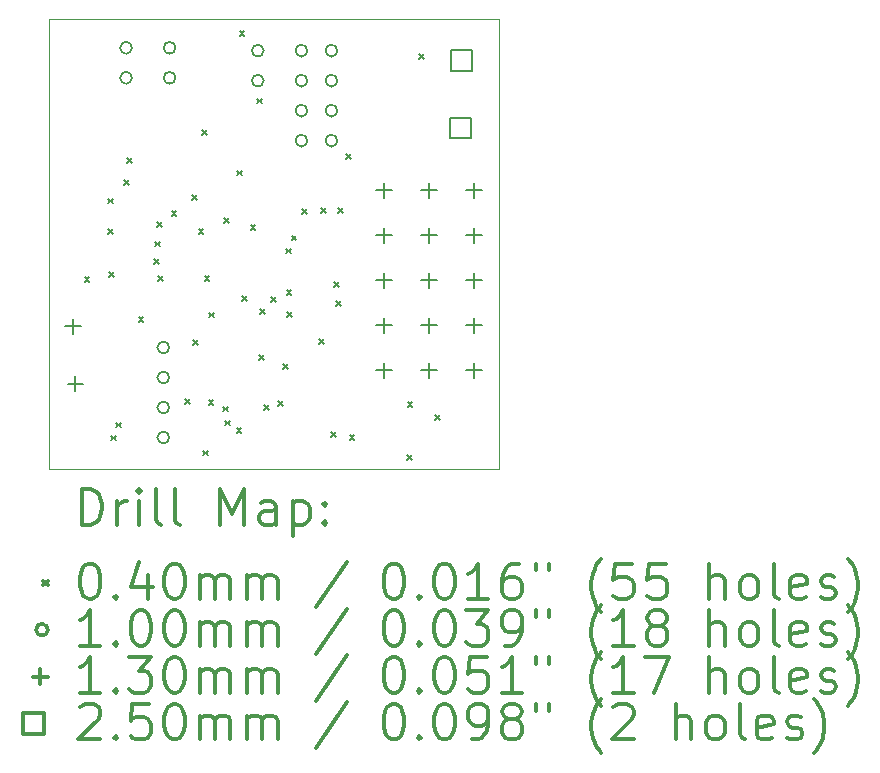
<source format=gbr>
%FSLAX45Y45*%
G04 Gerber Fmt 4.5, Leading zero omitted, Abs format (unit mm)*
G04 Created by KiCad (PCBNEW (5.1.6-0-10_14)) date 2022-07-06 22:37:05*
%MOMM*%
%LPD*%
G01*
G04 APERTURE LIST*
%TA.AperFunction,Profile*%
%ADD10C,0.100000*%
%TD*%
%ADD11C,0.200000*%
%ADD12C,0.300000*%
G04 APERTURE END LIST*
D10*
X8759190Y-11557000D02*
X8759190Y-7747000D01*
X12573000Y-11557000D02*
X8759190Y-11557000D01*
X12573000Y-7745730D02*
X12573000Y-11557000D01*
X8759190Y-7747000D02*
X12573000Y-7745730D01*
D11*
X9065580Y-9932990D02*
X9105580Y-9972990D01*
X9105580Y-9932990D02*
X9065580Y-9972990D01*
X9263700Y-9529130D02*
X9303700Y-9569130D01*
X9303700Y-9529130D02*
X9263700Y-9569130D01*
X9266500Y-9267500D02*
X9306500Y-9307500D01*
X9306500Y-9267500D02*
X9266500Y-9307500D01*
X9270050Y-9889810D02*
X9310050Y-9929810D01*
X9310050Y-9889810D02*
X9270050Y-9929810D01*
X9291640Y-11274110D02*
X9331640Y-11314110D01*
X9331640Y-11274110D02*
X9291640Y-11314110D01*
X9334321Y-11165389D02*
X9374321Y-11205389D01*
X9374321Y-11165389D02*
X9334321Y-11205389D01*
X9400860Y-9108760D02*
X9440860Y-9148760D01*
X9440860Y-9108760D02*
X9400860Y-9148760D01*
X9426895Y-8927785D02*
X9466895Y-8967785D01*
X9466895Y-8927785D02*
X9426895Y-8967785D01*
X9521510Y-10268270D02*
X9561510Y-10308270D01*
X9561510Y-10268270D02*
X9521510Y-10308270D01*
X9653000Y-9781000D02*
X9693000Y-9821000D01*
X9693000Y-9781000D02*
X9653000Y-9821000D01*
X9661000Y-9633000D02*
X9701000Y-9673000D01*
X9701000Y-9633000D02*
X9661000Y-9673000D01*
X9679244Y-9469186D02*
X9719244Y-9509186D01*
X9719244Y-9469186D02*
X9679244Y-9509186D01*
X9685340Y-9926640D02*
X9725340Y-9966640D01*
X9725340Y-9926640D02*
X9685340Y-9966640D01*
X9802500Y-9376500D02*
X9842500Y-9416500D01*
X9842500Y-9376500D02*
X9802500Y-9416500D01*
X9916000Y-10963000D02*
X9956000Y-11003000D01*
X9956000Y-10963000D02*
X9916000Y-11003000D01*
X9976000Y-9239000D02*
X10016000Y-9279000D01*
X10016000Y-9239000D02*
X9976000Y-9279000D01*
X9981000Y-10469000D02*
X10021000Y-10509000D01*
X10021000Y-10469000D02*
X9981000Y-10509000D01*
X10030600Y-9525500D02*
X10070600Y-9565500D01*
X10070600Y-9525500D02*
X10030600Y-9565500D01*
X10062530Y-8685850D02*
X10102530Y-8725850D01*
X10102530Y-8685850D02*
X10062530Y-8725850D01*
X10068000Y-11402000D02*
X10108000Y-11442000D01*
X10108000Y-11402000D02*
X10068000Y-11442000D01*
X10081330Y-9925370D02*
X10121330Y-9965370D01*
X10121330Y-9925370D02*
X10081330Y-9965370D01*
X10114000Y-10972000D02*
X10154000Y-11012000D01*
X10154000Y-10972000D02*
X10114000Y-11012000D01*
X10118000Y-10234000D02*
X10158000Y-10274000D01*
X10158000Y-10234000D02*
X10118000Y-10274000D01*
X10236520Y-11029000D02*
X10276520Y-11069000D01*
X10276520Y-11029000D02*
X10236520Y-11069000D01*
X10247950Y-9435150D02*
X10287950Y-9475150D01*
X10287950Y-9435150D02*
X10247950Y-9475150D01*
X10257318Y-11148380D02*
X10297318Y-11188380D01*
X10297318Y-11148380D02*
X10257318Y-11188380D01*
X10352090Y-11211880D02*
X10392090Y-11251880D01*
X10392090Y-11211880D02*
X10352090Y-11251880D01*
X10358000Y-9030000D02*
X10398000Y-9070000D01*
X10398000Y-9030000D02*
X10358000Y-9070000D01*
X10377490Y-7848920D02*
X10417490Y-7888920D01*
X10417490Y-7848920D02*
X10377490Y-7888920D01*
X10400000Y-10096000D02*
X10440000Y-10136000D01*
X10440000Y-10096000D02*
X10400000Y-10136000D01*
X10470000Y-9490000D02*
X10510000Y-9530000D01*
X10510000Y-9490000D02*
X10470000Y-9530000D01*
X10528366Y-8420928D02*
X10568366Y-8460928D01*
X10568366Y-8420928D02*
X10528366Y-8460928D01*
X10543000Y-10590000D02*
X10583000Y-10630000D01*
X10583000Y-10590000D02*
X10543000Y-10630000D01*
X10552750Y-10206040D02*
X10592750Y-10246040D01*
X10592750Y-10206040D02*
X10552750Y-10246040D01*
X10581960Y-11017570D02*
X10621960Y-11057570D01*
X10621960Y-11017570D02*
X10581960Y-11057570D01*
X10645460Y-10103170D02*
X10685460Y-10143170D01*
X10685460Y-10103170D02*
X10645460Y-10143170D01*
X10701848Y-10980486D02*
X10741848Y-11020486D01*
X10741848Y-10980486D02*
X10701848Y-11020486D01*
X10743000Y-10672000D02*
X10783000Y-10712000D01*
X10783000Y-10672000D02*
X10743000Y-10712000D01*
X10773730Y-9691690D02*
X10813730Y-9731690D01*
X10813730Y-9691690D02*
X10773730Y-9731690D01*
X10775000Y-10043000D02*
X10815000Y-10083000D01*
X10815000Y-10043000D02*
X10775000Y-10083000D01*
X10779000Y-10232000D02*
X10819000Y-10272000D01*
X10819000Y-10232000D02*
X10779000Y-10272000D01*
X10818000Y-9581000D02*
X10858000Y-9621000D01*
X10858000Y-9581000D02*
X10818000Y-9621000D01*
X10907080Y-9353870D02*
X10947080Y-9393870D01*
X10947080Y-9353870D02*
X10907080Y-9393870D01*
X11048000Y-10460000D02*
X11088000Y-10500000D01*
X11088000Y-10460000D02*
X11048000Y-10500000D01*
X11069000Y-9346000D02*
X11109000Y-9386000D01*
X11109000Y-9346000D02*
X11069000Y-9386000D01*
X11152190Y-11246170D02*
X11192190Y-11286170D01*
X11192190Y-11246170D02*
X11152190Y-11286170D01*
X11176990Y-9975500D02*
X11216990Y-10015500D01*
X11216990Y-9975500D02*
X11176990Y-10015500D01*
X11195370Y-10137460D02*
X11235370Y-10177460D01*
X11235370Y-10137460D02*
X11195370Y-10177460D01*
X11208070Y-9347520D02*
X11248070Y-9387520D01*
X11248070Y-9347520D02*
X11208070Y-9387520D01*
X11277920Y-8892606D02*
X11317920Y-8932606D01*
X11317920Y-8892606D02*
X11277920Y-8932606D01*
X11308400Y-11270300D02*
X11348400Y-11310300D01*
X11348400Y-11270300D02*
X11308400Y-11310300D01*
X11792270Y-11437940D02*
X11832270Y-11477940D01*
X11832270Y-11437940D02*
X11792270Y-11477940D01*
X11800144Y-10993186D02*
X11840144Y-11033186D01*
X11840144Y-10993186D02*
X11800144Y-11033186D01*
X11898000Y-8047000D02*
X11938000Y-8087000D01*
X11938000Y-8047000D02*
X11898000Y-8087000D01*
X12031284Y-11103676D02*
X12071284Y-11143676D01*
X12071284Y-11103676D02*
X12031284Y-11143676D01*
X9834080Y-7990840D02*
G75*
G03*
X9834080Y-7990840I-50000J0D01*
G01*
X9834080Y-8244840D02*
G75*
G03*
X9834080Y-8244840I-50000J0D01*
G01*
X9465780Y-7990840D02*
G75*
G03*
X9465780Y-7990840I-50000J0D01*
G01*
X9465780Y-8244840D02*
G75*
G03*
X9465780Y-8244840I-50000J0D01*
G01*
X10950410Y-8014970D02*
G75*
G03*
X10950410Y-8014970I-50000J0D01*
G01*
X10950410Y-8268970D02*
G75*
G03*
X10950410Y-8268970I-50000J0D01*
G01*
X10950410Y-8522970D02*
G75*
G03*
X10950410Y-8522970I-50000J0D01*
G01*
X10950410Y-8776970D02*
G75*
G03*
X10950410Y-8776970I-50000J0D01*
G01*
X11204410Y-8014970D02*
G75*
G03*
X11204410Y-8014970I-50000J0D01*
G01*
X11204410Y-8268970D02*
G75*
G03*
X11204410Y-8268970I-50000J0D01*
G01*
X11204410Y-8522970D02*
G75*
G03*
X11204410Y-8522970I-50000J0D01*
G01*
X11204410Y-8776970D02*
G75*
G03*
X11204410Y-8776970I-50000J0D01*
G01*
X9780928Y-10528770D02*
G75*
G03*
X9780928Y-10528770I-50000J0D01*
G01*
X9780928Y-10782770D02*
G75*
G03*
X9780928Y-10782770I-50000J0D01*
G01*
X9780928Y-11036770D02*
G75*
G03*
X9780928Y-11036770I-50000J0D01*
G01*
X9780928Y-11290770D02*
G75*
G03*
X9780928Y-11290770I-50000J0D01*
G01*
X10580078Y-8014970D02*
G75*
G03*
X10580078Y-8014970I-50000J0D01*
G01*
X10580078Y-8268970D02*
G75*
G03*
X10580078Y-8268970I-50000J0D01*
G01*
X8967470Y-10282960D02*
X8967470Y-10412960D01*
X8902470Y-10347960D02*
X9032470Y-10347960D01*
X11980690Y-9893520D02*
X11980690Y-10023520D01*
X11915690Y-9958520D02*
X12045690Y-9958520D01*
X11599690Y-10655520D02*
X11599690Y-10785520D01*
X11534690Y-10720520D02*
X11664690Y-10720520D01*
X11980690Y-10274520D02*
X11980690Y-10404520D01*
X11915690Y-10339520D02*
X12045690Y-10339520D01*
X12361690Y-10274520D02*
X12361690Y-10404520D01*
X12296690Y-10339520D02*
X12426690Y-10339520D01*
X12361690Y-9131520D02*
X12361690Y-9261520D01*
X12296690Y-9196520D02*
X12426690Y-9196520D01*
X11599690Y-10274520D02*
X11599690Y-10404520D01*
X11534690Y-10339520D02*
X11664690Y-10339520D01*
X11599690Y-9893520D02*
X11599690Y-10023520D01*
X11534690Y-9958520D02*
X11664690Y-9958520D01*
X11980690Y-9512520D02*
X11980690Y-9642520D01*
X11915690Y-9577520D02*
X12045690Y-9577520D01*
X12361690Y-9512520D02*
X12361690Y-9642520D01*
X12296690Y-9577520D02*
X12426690Y-9577520D01*
X12361690Y-10655520D02*
X12361690Y-10785520D01*
X12296690Y-10720520D02*
X12426690Y-10720520D01*
X8986520Y-10769370D02*
X8986520Y-10899370D01*
X8921520Y-10834370D02*
X9051520Y-10834370D01*
X11599690Y-9512520D02*
X11599690Y-9642520D01*
X11534690Y-9577520D02*
X11664690Y-9577520D01*
X11980690Y-10655520D02*
X11980690Y-10785520D01*
X11915690Y-10720520D02*
X12045690Y-10720520D01*
X11599690Y-9131520D02*
X11599690Y-9261520D01*
X11534690Y-9196520D02*
X11664690Y-9196520D01*
X11980690Y-9131520D02*
X11980690Y-9261520D01*
X11915690Y-9196520D02*
X12045690Y-9196520D01*
X12361690Y-9893520D02*
X12361690Y-10023520D01*
X12296690Y-9958520D02*
X12426690Y-9958520D01*
X12337539Y-8758679D02*
X12337539Y-8581901D01*
X12160761Y-8581901D01*
X12160761Y-8758679D01*
X12337539Y-8758679D01*
X12343889Y-8187179D02*
X12343889Y-8010401D01*
X12167111Y-8010401D01*
X12167111Y-8187179D01*
X12343889Y-8187179D01*
D12*
X9040618Y-12027714D02*
X9040618Y-11727714D01*
X9112047Y-11727714D01*
X9154904Y-11742000D01*
X9183476Y-11770571D01*
X9197761Y-11799143D01*
X9212047Y-11856286D01*
X9212047Y-11899143D01*
X9197761Y-11956286D01*
X9183476Y-11984857D01*
X9154904Y-12013429D01*
X9112047Y-12027714D01*
X9040618Y-12027714D01*
X9340618Y-12027714D02*
X9340618Y-11827714D01*
X9340618Y-11884857D02*
X9354904Y-11856286D01*
X9369190Y-11842000D01*
X9397761Y-11827714D01*
X9426333Y-11827714D01*
X9526333Y-12027714D02*
X9526333Y-11827714D01*
X9526333Y-11727714D02*
X9512047Y-11742000D01*
X9526333Y-11756286D01*
X9540618Y-11742000D01*
X9526333Y-11727714D01*
X9526333Y-11756286D01*
X9712047Y-12027714D02*
X9683476Y-12013429D01*
X9669190Y-11984857D01*
X9669190Y-11727714D01*
X9869190Y-12027714D02*
X9840618Y-12013429D01*
X9826333Y-11984857D01*
X9826333Y-11727714D01*
X10212047Y-12027714D02*
X10212047Y-11727714D01*
X10312047Y-11942000D01*
X10412047Y-11727714D01*
X10412047Y-12027714D01*
X10683476Y-12027714D02*
X10683476Y-11870571D01*
X10669190Y-11842000D01*
X10640618Y-11827714D01*
X10583476Y-11827714D01*
X10554904Y-11842000D01*
X10683476Y-12013429D02*
X10654904Y-12027714D01*
X10583476Y-12027714D01*
X10554904Y-12013429D01*
X10540618Y-11984857D01*
X10540618Y-11956286D01*
X10554904Y-11927714D01*
X10583476Y-11913429D01*
X10654904Y-11913429D01*
X10683476Y-11899143D01*
X10826333Y-11827714D02*
X10826333Y-12127714D01*
X10826333Y-11842000D02*
X10854904Y-11827714D01*
X10912047Y-11827714D01*
X10940618Y-11842000D01*
X10954904Y-11856286D01*
X10969190Y-11884857D01*
X10969190Y-11970571D01*
X10954904Y-11999143D01*
X10940618Y-12013429D01*
X10912047Y-12027714D01*
X10854904Y-12027714D01*
X10826333Y-12013429D01*
X11097761Y-11999143D02*
X11112047Y-12013429D01*
X11097761Y-12027714D01*
X11083476Y-12013429D01*
X11097761Y-11999143D01*
X11097761Y-12027714D01*
X11097761Y-11842000D02*
X11112047Y-11856286D01*
X11097761Y-11870571D01*
X11083476Y-11856286D01*
X11097761Y-11842000D01*
X11097761Y-11870571D01*
X8714190Y-12502000D02*
X8754190Y-12542000D01*
X8754190Y-12502000D02*
X8714190Y-12542000D01*
X9097761Y-12357714D02*
X9126333Y-12357714D01*
X9154904Y-12372000D01*
X9169190Y-12386286D01*
X9183476Y-12414857D01*
X9197761Y-12472000D01*
X9197761Y-12543429D01*
X9183476Y-12600571D01*
X9169190Y-12629143D01*
X9154904Y-12643429D01*
X9126333Y-12657714D01*
X9097761Y-12657714D01*
X9069190Y-12643429D01*
X9054904Y-12629143D01*
X9040618Y-12600571D01*
X9026333Y-12543429D01*
X9026333Y-12472000D01*
X9040618Y-12414857D01*
X9054904Y-12386286D01*
X9069190Y-12372000D01*
X9097761Y-12357714D01*
X9326333Y-12629143D02*
X9340618Y-12643429D01*
X9326333Y-12657714D01*
X9312047Y-12643429D01*
X9326333Y-12629143D01*
X9326333Y-12657714D01*
X9597761Y-12457714D02*
X9597761Y-12657714D01*
X9526333Y-12343429D02*
X9454904Y-12557714D01*
X9640618Y-12557714D01*
X9812047Y-12357714D02*
X9840618Y-12357714D01*
X9869190Y-12372000D01*
X9883476Y-12386286D01*
X9897761Y-12414857D01*
X9912047Y-12472000D01*
X9912047Y-12543429D01*
X9897761Y-12600571D01*
X9883476Y-12629143D01*
X9869190Y-12643429D01*
X9840618Y-12657714D01*
X9812047Y-12657714D01*
X9783476Y-12643429D01*
X9769190Y-12629143D01*
X9754904Y-12600571D01*
X9740618Y-12543429D01*
X9740618Y-12472000D01*
X9754904Y-12414857D01*
X9769190Y-12386286D01*
X9783476Y-12372000D01*
X9812047Y-12357714D01*
X10040618Y-12657714D02*
X10040618Y-12457714D01*
X10040618Y-12486286D02*
X10054904Y-12472000D01*
X10083476Y-12457714D01*
X10126333Y-12457714D01*
X10154904Y-12472000D01*
X10169190Y-12500571D01*
X10169190Y-12657714D01*
X10169190Y-12500571D02*
X10183476Y-12472000D01*
X10212047Y-12457714D01*
X10254904Y-12457714D01*
X10283476Y-12472000D01*
X10297761Y-12500571D01*
X10297761Y-12657714D01*
X10440618Y-12657714D02*
X10440618Y-12457714D01*
X10440618Y-12486286D02*
X10454904Y-12472000D01*
X10483476Y-12457714D01*
X10526333Y-12457714D01*
X10554904Y-12472000D01*
X10569190Y-12500571D01*
X10569190Y-12657714D01*
X10569190Y-12500571D02*
X10583476Y-12472000D01*
X10612047Y-12457714D01*
X10654904Y-12457714D01*
X10683476Y-12472000D01*
X10697761Y-12500571D01*
X10697761Y-12657714D01*
X11283476Y-12343429D02*
X11026333Y-12729143D01*
X11669190Y-12357714D02*
X11697761Y-12357714D01*
X11726333Y-12372000D01*
X11740618Y-12386286D01*
X11754904Y-12414857D01*
X11769190Y-12472000D01*
X11769190Y-12543429D01*
X11754904Y-12600571D01*
X11740618Y-12629143D01*
X11726333Y-12643429D01*
X11697761Y-12657714D01*
X11669190Y-12657714D01*
X11640618Y-12643429D01*
X11626333Y-12629143D01*
X11612047Y-12600571D01*
X11597761Y-12543429D01*
X11597761Y-12472000D01*
X11612047Y-12414857D01*
X11626333Y-12386286D01*
X11640618Y-12372000D01*
X11669190Y-12357714D01*
X11897761Y-12629143D02*
X11912047Y-12643429D01*
X11897761Y-12657714D01*
X11883476Y-12643429D01*
X11897761Y-12629143D01*
X11897761Y-12657714D01*
X12097761Y-12357714D02*
X12126333Y-12357714D01*
X12154904Y-12372000D01*
X12169190Y-12386286D01*
X12183476Y-12414857D01*
X12197761Y-12472000D01*
X12197761Y-12543429D01*
X12183476Y-12600571D01*
X12169190Y-12629143D01*
X12154904Y-12643429D01*
X12126333Y-12657714D01*
X12097761Y-12657714D01*
X12069190Y-12643429D01*
X12054904Y-12629143D01*
X12040618Y-12600571D01*
X12026333Y-12543429D01*
X12026333Y-12472000D01*
X12040618Y-12414857D01*
X12054904Y-12386286D01*
X12069190Y-12372000D01*
X12097761Y-12357714D01*
X12483476Y-12657714D02*
X12312047Y-12657714D01*
X12397761Y-12657714D02*
X12397761Y-12357714D01*
X12369190Y-12400571D01*
X12340618Y-12429143D01*
X12312047Y-12443429D01*
X12740618Y-12357714D02*
X12683476Y-12357714D01*
X12654904Y-12372000D01*
X12640618Y-12386286D01*
X12612047Y-12429143D01*
X12597761Y-12486286D01*
X12597761Y-12600571D01*
X12612047Y-12629143D01*
X12626333Y-12643429D01*
X12654904Y-12657714D01*
X12712047Y-12657714D01*
X12740618Y-12643429D01*
X12754904Y-12629143D01*
X12769190Y-12600571D01*
X12769190Y-12529143D01*
X12754904Y-12500571D01*
X12740618Y-12486286D01*
X12712047Y-12472000D01*
X12654904Y-12472000D01*
X12626333Y-12486286D01*
X12612047Y-12500571D01*
X12597761Y-12529143D01*
X12883476Y-12357714D02*
X12883476Y-12414857D01*
X12997761Y-12357714D02*
X12997761Y-12414857D01*
X13440618Y-12772000D02*
X13426333Y-12757714D01*
X13397761Y-12714857D01*
X13383476Y-12686286D01*
X13369190Y-12643429D01*
X13354904Y-12572000D01*
X13354904Y-12514857D01*
X13369190Y-12443429D01*
X13383476Y-12400571D01*
X13397761Y-12372000D01*
X13426333Y-12329143D01*
X13440618Y-12314857D01*
X13697761Y-12357714D02*
X13554904Y-12357714D01*
X13540618Y-12500571D01*
X13554904Y-12486286D01*
X13583476Y-12472000D01*
X13654904Y-12472000D01*
X13683476Y-12486286D01*
X13697761Y-12500571D01*
X13712047Y-12529143D01*
X13712047Y-12600571D01*
X13697761Y-12629143D01*
X13683476Y-12643429D01*
X13654904Y-12657714D01*
X13583476Y-12657714D01*
X13554904Y-12643429D01*
X13540618Y-12629143D01*
X13983476Y-12357714D02*
X13840618Y-12357714D01*
X13826333Y-12500571D01*
X13840618Y-12486286D01*
X13869190Y-12472000D01*
X13940618Y-12472000D01*
X13969190Y-12486286D01*
X13983476Y-12500571D01*
X13997761Y-12529143D01*
X13997761Y-12600571D01*
X13983476Y-12629143D01*
X13969190Y-12643429D01*
X13940618Y-12657714D01*
X13869190Y-12657714D01*
X13840618Y-12643429D01*
X13826333Y-12629143D01*
X14354904Y-12657714D02*
X14354904Y-12357714D01*
X14483476Y-12657714D02*
X14483476Y-12500571D01*
X14469190Y-12472000D01*
X14440618Y-12457714D01*
X14397761Y-12457714D01*
X14369190Y-12472000D01*
X14354904Y-12486286D01*
X14669190Y-12657714D02*
X14640618Y-12643429D01*
X14626333Y-12629143D01*
X14612047Y-12600571D01*
X14612047Y-12514857D01*
X14626333Y-12486286D01*
X14640618Y-12472000D01*
X14669190Y-12457714D01*
X14712047Y-12457714D01*
X14740618Y-12472000D01*
X14754904Y-12486286D01*
X14769190Y-12514857D01*
X14769190Y-12600571D01*
X14754904Y-12629143D01*
X14740618Y-12643429D01*
X14712047Y-12657714D01*
X14669190Y-12657714D01*
X14940618Y-12657714D02*
X14912047Y-12643429D01*
X14897761Y-12614857D01*
X14897761Y-12357714D01*
X15169190Y-12643429D02*
X15140618Y-12657714D01*
X15083476Y-12657714D01*
X15054904Y-12643429D01*
X15040618Y-12614857D01*
X15040618Y-12500571D01*
X15054904Y-12472000D01*
X15083476Y-12457714D01*
X15140618Y-12457714D01*
X15169190Y-12472000D01*
X15183476Y-12500571D01*
X15183476Y-12529143D01*
X15040618Y-12557714D01*
X15297761Y-12643429D02*
X15326333Y-12657714D01*
X15383476Y-12657714D01*
X15412047Y-12643429D01*
X15426333Y-12614857D01*
X15426333Y-12600571D01*
X15412047Y-12572000D01*
X15383476Y-12557714D01*
X15340618Y-12557714D01*
X15312047Y-12543429D01*
X15297761Y-12514857D01*
X15297761Y-12500571D01*
X15312047Y-12472000D01*
X15340618Y-12457714D01*
X15383476Y-12457714D01*
X15412047Y-12472000D01*
X15526333Y-12772000D02*
X15540618Y-12757714D01*
X15569190Y-12714857D01*
X15583476Y-12686286D01*
X15597761Y-12643429D01*
X15612047Y-12572000D01*
X15612047Y-12514857D01*
X15597761Y-12443429D01*
X15583476Y-12400571D01*
X15569190Y-12372000D01*
X15540618Y-12329143D01*
X15526333Y-12314857D01*
X8754190Y-12918000D02*
G75*
G03*
X8754190Y-12918000I-50000J0D01*
G01*
X9197761Y-13053714D02*
X9026333Y-13053714D01*
X9112047Y-13053714D02*
X9112047Y-12753714D01*
X9083476Y-12796571D01*
X9054904Y-12825143D01*
X9026333Y-12839429D01*
X9326333Y-13025143D02*
X9340618Y-13039429D01*
X9326333Y-13053714D01*
X9312047Y-13039429D01*
X9326333Y-13025143D01*
X9326333Y-13053714D01*
X9526333Y-12753714D02*
X9554904Y-12753714D01*
X9583476Y-12768000D01*
X9597761Y-12782286D01*
X9612047Y-12810857D01*
X9626333Y-12868000D01*
X9626333Y-12939429D01*
X9612047Y-12996571D01*
X9597761Y-13025143D01*
X9583476Y-13039429D01*
X9554904Y-13053714D01*
X9526333Y-13053714D01*
X9497761Y-13039429D01*
X9483476Y-13025143D01*
X9469190Y-12996571D01*
X9454904Y-12939429D01*
X9454904Y-12868000D01*
X9469190Y-12810857D01*
X9483476Y-12782286D01*
X9497761Y-12768000D01*
X9526333Y-12753714D01*
X9812047Y-12753714D02*
X9840618Y-12753714D01*
X9869190Y-12768000D01*
X9883476Y-12782286D01*
X9897761Y-12810857D01*
X9912047Y-12868000D01*
X9912047Y-12939429D01*
X9897761Y-12996571D01*
X9883476Y-13025143D01*
X9869190Y-13039429D01*
X9840618Y-13053714D01*
X9812047Y-13053714D01*
X9783476Y-13039429D01*
X9769190Y-13025143D01*
X9754904Y-12996571D01*
X9740618Y-12939429D01*
X9740618Y-12868000D01*
X9754904Y-12810857D01*
X9769190Y-12782286D01*
X9783476Y-12768000D01*
X9812047Y-12753714D01*
X10040618Y-13053714D02*
X10040618Y-12853714D01*
X10040618Y-12882286D02*
X10054904Y-12868000D01*
X10083476Y-12853714D01*
X10126333Y-12853714D01*
X10154904Y-12868000D01*
X10169190Y-12896571D01*
X10169190Y-13053714D01*
X10169190Y-12896571D02*
X10183476Y-12868000D01*
X10212047Y-12853714D01*
X10254904Y-12853714D01*
X10283476Y-12868000D01*
X10297761Y-12896571D01*
X10297761Y-13053714D01*
X10440618Y-13053714D02*
X10440618Y-12853714D01*
X10440618Y-12882286D02*
X10454904Y-12868000D01*
X10483476Y-12853714D01*
X10526333Y-12853714D01*
X10554904Y-12868000D01*
X10569190Y-12896571D01*
X10569190Y-13053714D01*
X10569190Y-12896571D02*
X10583476Y-12868000D01*
X10612047Y-12853714D01*
X10654904Y-12853714D01*
X10683476Y-12868000D01*
X10697761Y-12896571D01*
X10697761Y-13053714D01*
X11283476Y-12739429D02*
X11026333Y-13125143D01*
X11669190Y-12753714D02*
X11697761Y-12753714D01*
X11726333Y-12768000D01*
X11740618Y-12782286D01*
X11754904Y-12810857D01*
X11769190Y-12868000D01*
X11769190Y-12939429D01*
X11754904Y-12996571D01*
X11740618Y-13025143D01*
X11726333Y-13039429D01*
X11697761Y-13053714D01*
X11669190Y-13053714D01*
X11640618Y-13039429D01*
X11626333Y-13025143D01*
X11612047Y-12996571D01*
X11597761Y-12939429D01*
X11597761Y-12868000D01*
X11612047Y-12810857D01*
X11626333Y-12782286D01*
X11640618Y-12768000D01*
X11669190Y-12753714D01*
X11897761Y-13025143D02*
X11912047Y-13039429D01*
X11897761Y-13053714D01*
X11883476Y-13039429D01*
X11897761Y-13025143D01*
X11897761Y-13053714D01*
X12097761Y-12753714D02*
X12126333Y-12753714D01*
X12154904Y-12768000D01*
X12169190Y-12782286D01*
X12183476Y-12810857D01*
X12197761Y-12868000D01*
X12197761Y-12939429D01*
X12183476Y-12996571D01*
X12169190Y-13025143D01*
X12154904Y-13039429D01*
X12126333Y-13053714D01*
X12097761Y-13053714D01*
X12069190Y-13039429D01*
X12054904Y-13025143D01*
X12040618Y-12996571D01*
X12026333Y-12939429D01*
X12026333Y-12868000D01*
X12040618Y-12810857D01*
X12054904Y-12782286D01*
X12069190Y-12768000D01*
X12097761Y-12753714D01*
X12297761Y-12753714D02*
X12483476Y-12753714D01*
X12383476Y-12868000D01*
X12426333Y-12868000D01*
X12454904Y-12882286D01*
X12469190Y-12896571D01*
X12483476Y-12925143D01*
X12483476Y-12996571D01*
X12469190Y-13025143D01*
X12454904Y-13039429D01*
X12426333Y-13053714D01*
X12340618Y-13053714D01*
X12312047Y-13039429D01*
X12297761Y-13025143D01*
X12626333Y-13053714D02*
X12683476Y-13053714D01*
X12712047Y-13039429D01*
X12726333Y-13025143D01*
X12754904Y-12982286D01*
X12769190Y-12925143D01*
X12769190Y-12810857D01*
X12754904Y-12782286D01*
X12740618Y-12768000D01*
X12712047Y-12753714D01*
X12654904Y-12753714D01*
X12626333Y-12768000D01*
X12612047Y-12782286D01*
X12597761Y-12810857D01*
X12597761Y-12882286D01*
X12612047Y-12910857D01*
X12626333Y-12925143D01*
X12654904Y-12939429D01*
X12712047Y-12939429D01*
X12740618Y-12925143D01*
X12754904Y-12910857D01*
X12769190Y-12882286D01*
X12883476Y-12753714D02*
X12883476Y-12810857D01*
X12997761Y-12753714D02*
X12997761Y-12810857D01*
X13440618Y-13168000D02*
X13426333Y-13153714D01*
X13397761Y-13110857D01*
X13383476Y-13082286D01*
X13369190Y-13039429D01*
X13354904Y-12968000D01*
X13354904Y-12910857D01*
X13369190Y-12839429D01*
X13383476Y-12796571D01*
X13397761Y-12768000D01*
X13426333Y-12725143D01*
X13440618Y-12710857D01*
X13712047Y-13053714D02*
X13540618Y-13053714D01*
X13626333Y-13053714D02*
X13626333Y-12753714D01*
X13597761Y-12796571D01*
X13569190Y-12825143D01*
X13540618Y-12839429D01*
X13883476Y-12882286D02*
X13854904Y-12868000D01*
X13840618Y-12853714D01*
X13826333Y-12825143D01*
X13826333Y-12810857D01*
X13840618Y-12782286D01*
X13854904Y-12768000D01*
X13883476Y-12753714D01*
X13940618Y-12753714D01*
X13969190Y-12768000D01*
X13983476Y-12782286D01*
X13997761Y-12810857D01*
X13997761Y-12825143D01*
X13983476Y-12853714D01*
X13969190Y-12868000D01*
X13940618Y-12882286D01*
X13883476Y-12882286D01*
X13854904Y-12896571D01*
X13840618Y-12910857D01*
X13826333Y-12939429D01*
X13826333Y-12996571D01*
X13840618Y-13025143D01*
X13854904Y-13039429D01*
X13883476Y-13053714D01*
X13940618Y-13053714D01*
X13969190Y-13039429D01*
X13983476Y-13025143D01*
X13997761Y-12996571D01*
X13997761Y-12939429D01*
X13983476Y-12910857D01*
X13969190Y-12896571D01*
X13940618Y-12882286D01*
X14354904Y-13053714D02*
X14354904Y-12753714D01*
X14483476Y-13053714D02*
X14483476Y-12896571D01*
X14469190Y-12868000D01*
X14440618Y-12853714D01*
X14397761Y-12853714D01*
X14369190Y-12868000D01*
X14354904Y-12882286D01*
X14669190Y-13053714D02*
X14640618Y-13039429D01*
X14626333Y-13025143D01*
X14612047Y-12996571D01*
X14612047Y-12910857D01*
X14626333Y-12882286D01*
X14640618Y-12868000D01*
X14669190Y-12853714D01*
X14712047Y-12853714D01*
X14740618Y-12868000D01*
X14754904Y-12882286D01*
X14769190Y-12910857D01*
X14769190Y-12996571D01*
X14754904Y-13025143D01*
X14740618Y-13039429D01*
X14712047Y-13053714D01*
X14669190Y-13053714D01*
X14940618Y-13053714D02*
X14912047Y-13039429D01*
X14897761Y-13010857D01*
X14897761Y-12753714D01*
X15169190Y-13039429D02*
X15140618Y-13053714D01*
X15083476Y-13053714D01*
X15054904Y-13039429D01*
X15040618Y-13010857D01*
X15040618Y-12896571D01*
X15054904Y-12868000D01*
X15083476Y-12853714D01*
X15140618Y-12853714D01*
X15169190Y-12868000D01*
X15183476Y-12896571D01*
X15183476Y-12925143D01*
X15040618Y-12953714D01*
X15297761Y-13039429D02*
X15326333Y-13053714D01*
X15383476Y-13053714D01*
X15412047Y-13039429D01*
X15426333Y-13010857D01*
X15426333Y-12996571D01*
X15412047Y-12968000D01*
X15383476Y-12953714D01*
X15340618Y-12953714D01*
X15312047Y-12939429D01*
X15297761Y-12910857D01*
X15297761Y-12896571D01*
X15312047Y-12868000D01*
X15340618Y-12853714D01*
X15383476Y-12853714D01*
X15412047Y-12868000D01*
X15526333Y-13168000D02*
X15540618Y-13153714D01*
X15569190Y-13110857D01*
X15583476Y-13082286D01*
X15597761Y-13039429D01*
X15612047Y-12968000D01*
X15612047Y-12910857D01*
X15597761Y-12839429D01*
X15583476Y-12796571D01*
X15569190Y-12768000D01*
X15540618Y-12725143D01*
X15526333Y-12710857D01*
X8689190Y-13249000D02*
X8689190Y-13379000D01*
X8624190Y-13314000D02*
X8754190Y-13314000D01*
X9197761Y-13449714D02*
X9026333Y-13449714D01*
X9112047Y-13449714D02*
X9112047Y-13149714D01*
X9083476Y-13192571D01*
X9054904Y-13221143D01*
X9026333Y-13235429D01*
X9326333Y-13421143D02*
X9340618Y-13435429D01*
X9326333Y-13449714D01*
X9312047Y-13435429D01*
X9326333Y-13421143D01*
X9326333Y-13449714D01*
X9440618Y-13149714D02*
X9626333Y-13149714D01*
X9526333Y-13264000D01*
X9569190Y-13264000D01*
X9597761Y-13278286D01*
X9612047Y-13292571D01*
X9626333Y-13321143D01*
X9626333Y-13392571D01*
X9612047Y-13421143D01*
X9597761Y-13435429D01*
X9569190Y-13449714D01*
X9483476Y-13449714D01*
X9454904Y-13435429D01*
X9440618Y-13421143D01*
X9812047Y-13149714D02*
X9840618Y-13149714D01*
X9869190Y-13164000D01*
X9883476Y-13178286D01*
X9897761Y-13206857D01*
X9912047Y-13264000D01*
X9912047Y-13335429D01*
X9897761Y-13392571D01*
X9883476Y-13421143D01*
X9869190Y-13435429D01*
X9840618Y-13449714D01*
X9812047Y-13449714D01*
X9783476Y-13435429D01*
X9769190Y-13421143D01*
X9754904Y-13392571D01*
X9740618Y-13335429D01*
X9740618Y-13264000D01*
X9754904Y-13206857D01*
X9769190Y-13178286D01*
X9783476Y-13164000D01*
X9812047Y-13149714D01*
X10040618Y-13449714D02*
X10040618Y-13249714D01*
X10040618Y-13278286D02*
X10054904Y-13264000D01*
X10083476Y-13249714D01*
X10126333Y-13249714D01*
X10154904Y-13264000D01*
X10169190Y-13292571D01*
X10169190Y-13449714D01*
X10169190Y-13292571D02*
X10183476Y-13264000D01*
X10212047Y-13249714D01*
X10254904Y-13249714D01*
X10283476Y-13264000D01*
X10297761Y-13292571D01*
X10297761Y-13449714D01*
X10440618Y-13449714D02*
X10440618Y-13249714D01*
X10440618Y-13278286D02*
X10454904Y-13264000D01*
X10483476Y-13249714D01*
X10526333Y-13249714D01*
X10554904Y-13264000D01*
X10569190Y-13292571D01*
X10569190Y-13449714D01*
X10569190Y-13292571D02*
X10583476Y-13264000D01*
X10612047Y-13249714D01*
X10654904Y-13249714D01*
X10683476Y-13264000D01*
X10697761Y-13292571D01*
X10697761Y-13449714D01*
X11283476Y-13135429D02*
X11026333Y-13521143D01*
X11669190Y-13149714D02*
X11697761Y-13149714D01*
X11726333Y-13164000D01*
X11740618Y-13178286D01*
X11754904Y-13206857D01*
X11769190Y-13264000D01*
X11769190Y-13335429D01*
X11754904Y-13392571D01*
X11740618Y-13421143D01*
X11726333Y-13435429D01*
X11697761Y-13449714D01*
X11669190Y-13449714D01*
X11640618Y-13435429D01*
X11626333Y-13421143D01*
X11612047Y-13392571D01*
X11597761Y-13335429D01*
X11597761Y-13264000D01*
X11612047Y-13206857D01*
X11626333Y-13178286D01*
X11640618Y-13164000D01*
X11669190Y-13149714D01*
X11897761Y-13421143D02*
X11912047Y-13435429D01*
X11897761Y-13449714D01*
X11883476Y-13435429D01*
X11897761Y-13421143D01*
X11897761Y-13449714D01*
X12097761Y-13149714D02*
X12126333Y-13149714D01*
X12154904Y-13164000D01*
X12169190Y-13178286D01*
X12183476Y-13206857D01*
X12197761Y-13264000D01*
X12197761Y-13335429D01*
X12183476Y-13392571D01*
X12169190Y-13421143D01*
X12154904Y-13435429D01*
X12126333Y-13449714D01*
X12097761Y-13449714D01*
X12069190Y-13435429D01*
X12054904Y-13421143D01*
X12040618Y-13392571D01*
X12026333Y-13335429D01*
X12026333Y-13264000D01*
X12040618Y-13206857D01*
X12054904Y-13178286D01*
X12069190Y-13164000D01*
X12097761Y-13149714D01*
X12469190Y-13149714D02*
X12326333Y-13149714D01*
X12312047Y-13292571D01*
X12326333Y-13278286D01*
X12354904Y-13264000D01*
X12426333Y-13264000D01*
X12454904Y-13278286D01*
X12469190Y-13292571D01*
X12483476Y-13321143D01*
X12483476Y-13392571D01*
X12469190Y-13421143D01*
X12454904Y-13435429D01*
X12426333Y-13449714D01*
X12354904Y-13449714D01*
X12326333Y-13435429D01*
X12312047Y-13421143D01*
X12769190Y-13449714D02*
X12597761Y-13449714D01*
X12683476Y-13449714D02*
X12683476Y-13149714D01*
X12654904Y-13192571D01*
X12626333Y-13221143D01*
X12597761Y-13235429D01*
X12883476Y-13149714D02*
X12883476Y-13206857D01*
X12997761Y-13149714D02*
X12997761Y-13206857D01*
X13440618Y-13564000D02*
X13426333Y-13549714D01*
X13397761Y-13506857D01*
X13383476Y-13478286D01*
X13369190Y-13435429D01*
X13354904Y-13364000D01*
X13354904Y-13306857D01*
X13369190Y-13235429D01*
X13383476Y-13192571D01*
X13397761Y-13164000D01*
X13426333Y-13121143D01*
X13440618Y-13106857D01*
X13712047Y-13449714D02*
X13540618Y-13449714D01*
X13626333Y-13449714D02*
X13626333Y-13149714D01*
X13597761Y-13192571D01*
X13569190Y-13221143D01*
X13540618Y-13235429D01*
X13812047Y-13149714D02*
X14012047Y-13149714D01*
X13883476Y-13449714D01*
X14354904Y-13449714D02*
X14354904Y-13149714D01*
X14483476Y-13449714D02*
X14483476Y-13292571D01*
X14469190Y-13264000D01*
X14440618Y-13249714D01*
X14397761Y-13249714D01*
X14369190Y-13264000D01*
X14354904Y-13278286D01*
X14669190Y-13449714D02*
X14640618Y-13435429D01*
X14626333Y-13421143D01*
X14612047Y-13392571D01*
X14612047Y-13306857D01*
X14626333Y-13278286D01*
X14640618Y-13264000D01*
X14669190Y-13249714D01*
X14712047Y-13249714D01*
X14740618Y-13264000D01*
X14754904Y-13278286D01*
X14769190Y-13306857D01*
X14769190Y-13392571D01*
X14754904Y-13421143D01*
X14740618Y-13435429D01*
X14712047Y-13449714D01*
X14669190Y-13449714D01*
X14940618Y-13449714D02*
X14912047Y-13435429D01*
X14897761Y-13406857D01*
X14897761Y-13149714D01*
X15169190Y-13435429D02*
X15140618Y-13449714D01*
X15083476Y-13449714D01*
X15054904Y-13435429D01*
X15040618Y-13406857D01*
X15040618Y-13292571D01*
X15054904Y-13264000D01*
X15083476Y-13249714D01*
X15140618Y-13249714D01*
X15169190Y-13264000D01*
X15183476Y-13292571D01*
X15183476Y-13321143D01*
X15040618Y-13349714D01*
X15297761Y-13435429D02*
X15326333Y-13449714D01*
X15383476Y-13449714D01*
X15412047Y-13435429D01*
X15426333Y-13406857D01*
X15426333Y-13392571D01*
X15412047Y-13364000D01*
X15383476Y-13349714D01*
X15340618Y-13349714D01*
X15312047Y-13335429D01*
X15297761Y-13306857D01*
X15297761Y-13292571D01*
X15312047Y-13264000D01*
X15340618Y-13249714D01*
X15383476Y-13249714D01*
X15412047Y-13264000D01*
X15526333Y-13564000D02*
X15540618Y-13549714D01*
X15569190Y-13506857D01*
X15583476Y-13478286D01*
X15597761Y-13435429D01*
X15612047Y-13364000D01*
X15612047Y-13306857D01*
X15597761Y-13235429D01*
X15583476Y-13192571D01*
X15569190Y-13164000D01*
X15540618Y-13121143D01*
X15526333Y-13106857D01*
X8717579Y-13798389D02*
X8717579Y-13621611D01*
X8540801Y-13621611D01*
X8540801Y-13798389D01*
X8717579Y-13798389D01*
X9026333Y-13574286D02*
X9040618Y-13560000D01*
X9069190Y-13545714D01*
X9140618Y-13545714D01*
X9169190Y-13560000D01*
X9183476Y-13574286D01*
X9197761Y-13602857D01*
X9197761Y-13631429D01*
X9183476Y-13674286D01*
X9012047Y-13845714D01*
X9197761Y-13845714D01*
X9326333Y-13817143D02*
X9340618Y-13831429D01*
X9326333Y-13845714D01*
X9312047Y-13831429D01*
X9326333Y-13817143D01*
X9326333Y-13845714D01*
X9612047Y-13545714D02*
X9469190Y-13545714D01*
X9454904Y-13688571D01*
X9469190Y-13674286D01*
X9497761Y-13660000D01*
X9569190Y-13660000D01*
X9597761Y-13674286D01*
X9612047Y-13688571D01*
X9626333Y-13717143D01*
X9626333Y-13788571D01*
X9612047Y-13817143D01*
X9597761Y-13831429D01*
X9569190Y-13845714D01*
X9497761Y-13845714D01*
X9469190Y-13831429D01*
X9454904Y-13817143D01*
X9812047Y-13545714D02*
X9840618Y-13545714D01*
X9869190Y-13560000D01*
X9883476Y-13574286D01*
X9897761Y-13602857D01*
X9912047Y-13660000D01*
X9912047Y-13731429D01*
X9897761Y-13788571D01*
X9883476Y-13817143D01*
X9869190Y-13831429D01*
X9840618Y-13845714D01*
X9812047Y-13845714D01*
X9783476Y-13831429D01*
X9769190Y-13817143D01*
X9754904Y-13788571D01*
X9740618Y-13731429D01*
X9740618Y-13660000D01*
X9754904Y-13602857D01*
X9769190Y-13574286D01*
X9783476Y-13560000D01*
X9812047Y-13545714D01*
X10040618Y-13845714D02*
X10040618Y-13645714D01*
X10040618Y-13674286D02*
X10054904Y-13660000D01*
X10083476Y-13645714D01*
X10126333Y-13645714D01*
X10154904Y-13660000D01*
X10169190Y-13688571D01*
X10169190Y-13845714D01*
X10169190Y-13688571D02*
X10183476Y-13660000D01*
X10212047Y-13645714D01*
X10254904Y-13645714D01*
X10283476Y-13660000D01*
X10297761Y-13688571D01*
X10297761Y-13845714D01*
X10440618Y-13845714D02*
X10440618Y-13645714D01*
X10440618Y-13674286D02*
X10454904Y-13660000D01*
X10483476Y-13645714D01*
X10526333Y-13645714D01*
X10554904Y-13660000D01*
X10569190Y-13688571D01*
X10569190Y-13845714D01*
X10569190Y-13688571D02*
X10583476Y-13660000D01*
X10612047Y-13645714D01*
X10654904Y-13645714D01*
X10683476Y-13660000D01*
X10697761Y-13688571D01*
X10697761Y-13845714D01*
X11283476Y-13531429D02*
X11026333Y-13917143D01*
X11669190Y-13545714D02*
X11697761Y-13545714D01*
X11726333Y-13560000D01*
X11740618Y-13574286D01*
X11754904Y-13602857D01*
X11769190Y-13660000D01*
X11769190Y-13731429D01*
X11754904Y-13788571D01*
X11740618Y-13817143D01*
X11726333Y-13831429D01*
X11697761Y-13845714D01*
X11669190Y-13845714D01*
X11640618Y-13831429D01*
X11626333Y-13817143D01*
X11612047Y-13788571D01*
X11597761Y-13731429D01*
X11597761Y-13660000D01*
X11612047Y-13602857D01*
X11626333Y-13574286D01*
X11640618Y-13560000D01*
X11669190Y-13545714D01*
X11897761Y-13817143D02*
X11912047Y-13831429D01*
X11897761Y-13845714D01*
X11883476Y-13831429D01*
X11897761Y-13817143D01*
X11897761Y-13845714D01*
X12097761Y-13545714D02*
X12126333Y-13545714D01*
X12154904Y-13560000D01*
X12169190Y-13574286D01*
X12183476Y-13602857D01*
X12197761Y-13660000D01*
X12197761Y-13731429D01*
X12183476Y-13788571D01*
X12169190Y-13817143D01*
X12154904Y-13831429D01*
X12126333Y-13845714D01*
X12097761Y-13845714D01*
X12069190Y-13831429D01*
X12054904Y-13817143D01*
X12040618Y-13788571D01*
X12026333Y-13731429D01*
X12026333Y-13660000D01*
X12040618Y-13602857D01*
X12054904Y-13574286D01*
X12069190Y-13560000D01*
X12097761Y-13545714D01*
X12340618Y-13845714D02*
X12397761Y-13845714D01*
X12426333Y-13831429D01*
X12440618Y-13817143D01*
X12469190Y-13774286D01*
X12483476Y-13717143D01*
X12483476Y-13602857D01*
X12469190Y-13574286D01*
X12454904Y-13560000D01*
X12426333Y-13545714D01*
X12369190Y-13545714D01*
X12340618Y-13560000D01*
X12326333Y-13574286D01*
X12312047Y-13602857D01*
X12312047Y-13674286D01*
X12326333Y-13702857D01*
X12340618Y-13717143D01*
X12369190Y-13731429D01*
X12426333Y-13731429D01*
X12454904Y-13717143D01*
X12469190Y-13702857D01*
X12483476Y-13674286D01*
X12654904Y-13674286D02*
X12626333Y-13660000D01*
X12612047Y-13645714D01*
X12597761Y-13617143D01*
X12597761Y-13602857D01*
X12612047Y-13574286D01*
X12626333Y-13560000D01*
X12654904Y-13545714D01*
X12712047Y-13545714D01*
X12740618Y-13560000D01*
X12754904Y-13574286D01*
X12769190Y-13602857D01*
X12769190Y-13617143D01*
X12754904Y-13645714D01*
X12740618Y-13660000D01*
X12712047Y-13674286D01*
X12654904Y-13674286D01*
X12626333Y-13688571D01*
X12612047Y-13702857D01*
X12597761Y-13731429D01*
X12597761Y-13788571D01*
X12612047Y-13817143D01*
X12626333Y-13831429D01*
X12654904Y-13845714D01*
X12712047Y-13845714D01*
X12740618Y-13831429D01*
X12754904Y-13817143D01*
X12769190Y-13788571D01*
X12769190Y-13731429D01*
X12754904Y-13702857D01*
X12740618Y-13688571D01*
X12712047Y-13674286D01*
X12883476Y-13545714D02*
X12883476Y-13602857D01*
X12997761Y-13545714D02*
X12997761Y-13602857D01*
X13440618Y-13960000D02*
X13426333Y-13945714D01*
X13397761Y-13902857D01*
X13383476Y-13874286D01*
X13369190Y-13831429D01*
X13354904Y-13760000D01*
X13354904Y-13702857D01*
X13369190Y-13631429D01*
X13383476Y-13588571D01*
X13397761Y-13560000D01*
X13426333Y-13517143D01*
X13440618Y-13502857D01*
X13540618Y-13574286D02*
X13554904Y-13560000D01*
X13583476Y-13545714D01*
X13654904Y-13545714D01*
X13683476Y-13560000D01*
X13697761Y-13574286D01*
X13712047Y-13602857D01*
X13712047Y-13631429D01*
X13697761Y-13674286D01*
X13526333Y-13845714D01*
X13712047Y-13845714D01*
X14069190Y-13845714D02*
X14069190Y-13545714D01*
X14197761Y-13845714D02*
X14197761Y-13688571D01*
X14183476Y-13660000D01*
X14154904Y-13645714D01*
X14112047Y-13645714D01*
X14083476Y-13660000D01*
X14069190Y-13674286D01*
X14383476Y-13845714D02*
X14354904Y-13831429D01*
X14340618Y-13817143D01*
X14326333Y-13788571D01*
X14326333Y-13702857D01*
X14340618Y-13674286D01*
X14354904Y-13660000D01*
X14383476Y-13645714D01*
X14426333Y-13645714D01*
X14454904Y-13660000D01*
X14469190Y-13674286D01*
X14483476Y-13702857D01*
X14483476Y-13788571D01*
X14469190Y-13817143D01*
X14454904Y-13831429D01*
X14426333Y-13845714D01*
X14383476Y-13845714D01*
X14654904Y-13845714D02*
X14626333Y-13831429D01*
X14612047Y-13802857D01*
X14612047Y-13545714D01*
X14883476Y-13831429D02*
X14854904Y-13845714D01*
X14797761Y-13845714D01*
X14769190Y-13831429D01*
X14754904Y-13802857D01*
X14754904Y-13688571D01*
X14769190Y-13660000D01*
X14797761Y-13645714D01*
X14854904Y-13645714D01*
X14883476Y-13660000D01*
X14897761Y-13688571D01*
X14897761Y-13717143D01*
X14754904Y-13745714D01*
X15012047Y-13831429D02*
X15040618Y-13845714D01*
X15097761Y-13845714D01*
X15126333Y-13831429D01*
X15140618Y-13802857D01*
X15140618Y-13788571D01*
X15126333Y-13760000D01*
X15097761Y-13745714D01*
X15054904Y-13745714D01*
X15026333Y-13731429D01*
X15012047Y-13702857D01*
X15012047Y-13688571D01*
X15026333Y-13660000D01*
X15054904Y-13645714D01*
X15097761Y-13645714D01*
X15126333Y-13660000D01*
X15240618Y-13960000D02*
X15254904Y-13945714D01*
X15283476Y-13902857D01*
X15297761Y-13874286D01*
X15312047Y-13831429D01*
X15326333Y-13760000D01*
X15326333Y-13702857D01*
X15312047Y-13631429D01*
X15297761Y-13588571D01*
X15283476Y-13560000D01*
X15254904Y-13517143D01*
X15240618Y-13502857D01*
M02*

</source>
